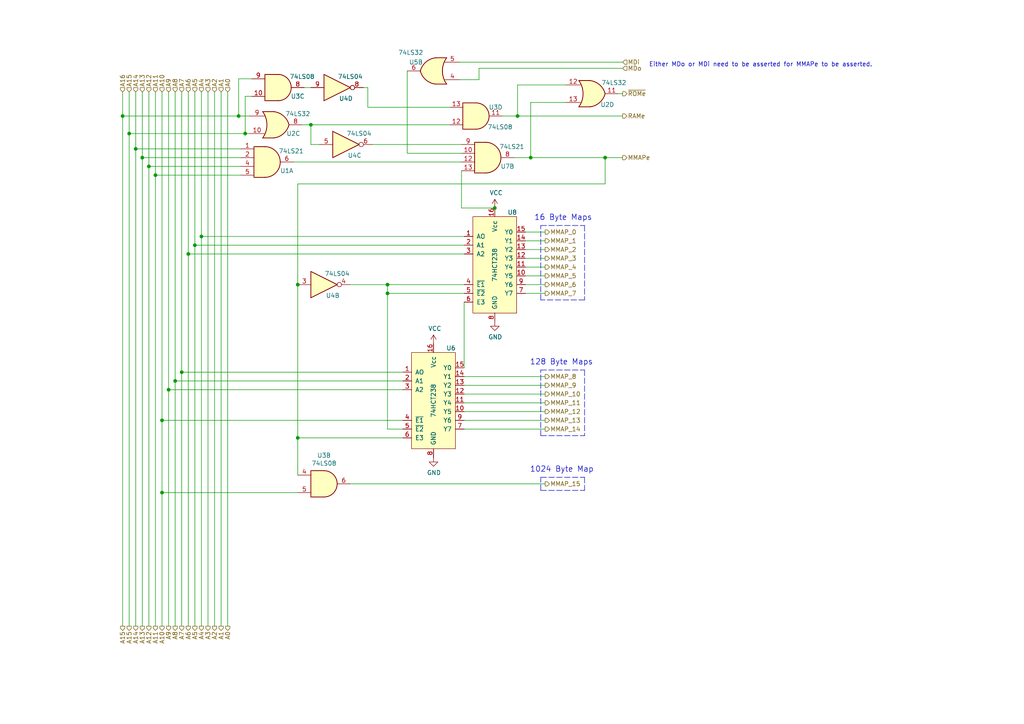
<source format=kicad_sch>
(kicad_sch (version 20211123) (generator eeschema)
  (paper "A4")
  (title_block (title "Memory Map Controller"))
  (lib_symbols
    (symbol "74xx:74LS04"
      (property "Reference" "U" (at 0 1.27 0))
      (property "Value" "74LS04" (at 0 -1.27 0))
      (symbol "74LS04_1_0"
        (polyline (pts (xy -3.81 3.81) (xy -3.81 -3.81) (xy 3.81 0) (xy -3.81 3.81)) (stroke (width 0.254)) (fill (type background)))
        (pin input line (at -7.62 0 0) (length 3.81) (name "~") (number "1"))
        (pin output inverted (at 7.62 0 180) (length 3.81) (name "~") (number "2"))
      )
      (symbol "74LS04_2_0"
        (polyline (pts (xy -3.81 3.81) (xy -3.81 -3.81) (xy 3.81 0) (xy -3.81 3.81)) (stroke (width 0.254)) (fill (type background)))
        (pin input line (at -7.62 0 0) (length 3.81) (name "~") (number "3"))
        (pin output inverted (at 7.62 0 180) (length 3.81) (name "~") (number "4"))
      )
      (symbol "74LS04_3_0"
        (polyline (pts (xy -3.81 3.81) (xy -3.81 -3.81) (xy 3.81 0) (xy -3.81 3.81)) (stroke (width 0.254)) (fill (type background)))
        (pin input line (at -7.62 0 0) (length 3.81) (name "~") (number "5"))
        (pin output inverted (at 7.62 0 180) (length 3.81) (name "~") (number "6"))
      )
      (symbol "74LS04_4_0"
        (polyline (pts (xy -3.81 3.81) (xy -3.81 -3.81) (xy 3.81 0) (xy -3.81 3.81)) (stroke (width 0.254)) (fill (type background)))
        (pin output inverted (at 7.62 0 180) (length 3.81) (name "~") (number "8"))
        (pin input line (at -7.62 0 0) (length 3.81) (name "~") (number "9"))
      )
      (symbol "74LS04_5_0"
        (polyline (pts (xy -3.81 3.81) (xy -3.81 -3.81) (xy 3.81 0) (xy -3.81 3.81)) (stroke (width 0.254)) (fill (type background)))
        (pin output inverted (at 7.62 0 180) (length 3.81) (name "~") (number "10"))
        (pin input line (at -7.62 0 0) (length 3.81) (name "~") (number "11"))
      )
      (symbol "74LS04_6_0"
        (polyline (pts (xy -3.81 3.81) (xy -3.81 -3.81) (xy 3.81 0) (xy -3.81 3.81)) (stroke (width 0.254)) (fill (type background)))
        (pin output inverted (at 7.62 0 180) (length 3.81) (name "~") (number "12"))
        (pin input line (at -7.62 0 0) (length 3.81) (name "~") (number "13"))
      )
      (symbol "74LS04_7_0"
        (pin power_in line (at 0 12.7 270) (length 5.08) (name "VCC") (number "14"))
        (pin power_in line (at 0 -12.7 90) (length 5.08) (name "GND") (number "7"))
      )
      (symbol "74LS04_7_1"
        (rectangle (start -5.08 7.62) (end 5.08 -7.62) (stroke (width 0.254)) (fill (type background)))
      )
    )
    (symbol "74xx:74LS08" (pin_names (offset 1.016))
      (property "Reference" "U" (at 0 1.27 0))
      (property "Value" "74LS08" (at 0 -1.27 0))
      (symbol "74LS08_1_1"
        (arc (start 0 -3.81) (mid 3.81 0) (end 0 3.81) (stroke (width 0.254)) (fill (type background)))
        (polyline (pts (xy 0 3.81) (xy -3.81 3.81) (xy -3.81 -3.81) (xy 0 -3.81)) (stroke (width 0.254)) (fill (type background)))
        (pin input line (at -7.62 2.54 0) (length 3.81) (name "~") (number "1"))
        (pin input line (at -7.62 -2.54 0) (length 3.81) (name "~") (number "2"))
        (pin output line (at 7.62 0 180) (length 3.81) (name "~") (number "3"))
      )
      (symbol "74LS08_1_2"
        (arc (start -3.81 -3.81) (mid -2.589 0) (end -3.81 3.81) (stroke (width 0.254)))
        (arc (start -0.6096 -3.81) (mid 2.1855 -2.584) (end 3.81 0) (stroke (width 0.254)) (fill (type background)))
        (polyline (pts (xy -3.81 -3.81) (xy -0.635 -3.81)) (stroke (width 0.254)) (fill (type background)))
        (polyline (pts (xy -3.81 3.81) (xy -0.635 3.81)) (stroke (width 0.254)) (fill (type background)))
        (polyline (pts (xy -0.635 3.81) (xy -3.81 3.81) (xy -3.81 3.81) (xy -3.556 3.4036) (xy -3.0226 2.2606) (xy -2.6924 1.0414) (xy -2.6162 -0.254) (xy -2.7686 -1.4986) (xy -3.175 -2.7178) (xy -3.81 -3.81) (xy -3.81 -3.81) (xy -0.635 -3.81)) (stroke (width -25.4)) (fill (type background)))
        (arc (start 3.81 0) (mid 2.1928 2.5925) (end -0.6096 3.81) (stroke (width 0.254)) (fill (type background)))
        (pin input inverted (at -7.62 2.54 0) (length 4.318) (name "~") (number "1"))
        (pin input inverted (at -7.62 -2.54 0) (length 4.318) (name "~") (number "2"))
        (pin output inverted (at 7.62 0 180) (length 3.81) (name "~") (number "3"))
      )
      (symbol "74LS08_2_1"
        (arc (start 0 -3.81) (mid 3.81 0) (end 0 3.81) (stroke (width 0.254)) (fill (type background)))
        (polyline (pts (xy 0 3.81) (xy -3.81 3.81) (xy -3.81 -3.81) (xy 0 -3.81)) (stroke (width 0.254)) (fill (type background)))
        (pin input line (at -7.62 2.54 0) (length 3.81) (name "~") (number "4"))
        (pin input line (at -7.62 -2.54 0) (length 3.81) (name "~") (number "5"))
        (pin output line (at 7.62 0 180) (length 3.81) (name "~") (number "6"))
      )
      (symbol "74LS08_2_2"
        (arc (start -3.81 -3.81) (mid -2.589 0) (end -3.81 3.81) (stroke (width 0.254)))
        (arc (start -0.6096 -3.81) (mid 2.1855 -2.584) (end 3.81 0) (stroke (width 0.254)) (fill (type background)))
        (polyline (pts (xy -3.81 -3.81) (xy -0.635 -3.81)) (stroke (width 0.254)) (fill (type background)))
        (polyline (pts (xy -3.81 3.81) (xy -0.635 3.81)) (stroke (width 0.254)) (fill (type background)))
        (polyline (pts (xy -0.635 3.81) (xy -3.81 3.81) (xy -3.81 3.81) (xy -3.556 3.4036) (xy -3.0226 2.2606) (xy -2.6924 1.0414) (xy -2.6162 -0.254) (xy -2.7686 -1.4986) (xy -3.175 -2.7178) (xy -3.81 -3.81) (xy -3.81 -3.81) (xy -0.635 -3.81)) (stroke (width -25.4)) (fill (type background)))
        (arc (start 3.81 0) (mid 2.1928 2.5925) (end -0.6096 3.81) (stroke (width 0.254)) (fill (type background)))
        (pin input inverted (at -7.62 2.54 0) (length 4.318) (name "~") (number "4"))
        (pin input inverted (at -7.62 -2.54 0) (length 4.318) (name "~") (number "5"))
        (pin output inverted (at 7.62 0 180) (length 3.81) (name "~") (number "6"))
      )
      (symbol "74LS08_3_1"
        (arc (start 0 -3.81) (mid 3.81 0) (end 0 3.81) (stroke (width 0.254)) (fill (type background)))
        (polyline (pts (xy 0 3.81) (xy -3.81 3.81) (xy -3.81 -3.81) (xy 0 -3.81)) (stroke (width 0.254)) (fill (type background)))
        (pin input line (at -7.62 -2.54 0) (length 3.81) (name "~") (number "10"))
        (pin output line (at 7.62 0 180) (length 3.81) (name "~") (number "8"))
        (pin input line (at -7.62 2.54 0) (length 3.81) (name "~") (number "9"))
      )
      (symbol "74LS08_3_2"
        (arc (start -3.81 -3.81) (mid -2.589 0) (end -3.81 3.81) (stroke (width 0.254)))
        (arc (start -0.6096 -3.81) (mid 2.1855 -2.584) (end 3.81 0) (stroke (width 0.254)) (fill (type background)))
        (polyline (pts (xy -3.81 -3.81) (xy -0.635 -3.81)) (stroke (width 0.254)) (fill (type background)))
        (polyline (pts (xy -3.81 3.81) (xy -0.635 3.81)) (stroke (width 0.254)) (fill (type background)))
        (polyline (pts (xy -0.635 3.81) (xy -3.81 3.81) (xy -3.81 3.81) (xy -3.556 3.4036) (xy -3.0226 2.2606) (xy -2.6924 1.0414) (xy -2.6162 -0.254) (xy -2.7686 -1.4986) (xy -3.175 -2.7178) (xy -3.81 -3.81) (xy -3.81 -3.81) (xy -0.635 -3.81)) (stroke (width -25.4)) (fill (type background)))
        (arc (start 3.81 0) (mid 2.1928 2.5925) (end -0.6096 3.81) (stroke (width 0.254)) (fill (type background)))
        (pin input inverted (at -7.62 -2.54 0) (length 4.318) (name "~") (number "10"))
        (pin output inverted (at 7.62 0 180) (length 3.81) (name "~") (number "8"))
        (pin input inverted (at -7.62 2.54 0) (length 4.318) (name "~") (number "9"))
      )
      (symbol "74LS08_4_1"
        (arc (start 0 -3.81) (mid 3.81 0) (end 0 3.81) (stroke (width 0.254)) (fill (type background)))
        (polyline (pts (xy 0 3.81) (xy -3.81 3.81) (xy -3.81 -3.81) (xy 0 -3.81)) (stroke (width 0.254)) (fill (type background)))
        (pin output line (at 7.62 0 180) (length 3.81) (name "~") (number "11"))
        (pin input line (at -7.62 2.54 0) (length 3.81) (name "~") (number "12"))
        (pin input line (at -7.62 -2.54 0) (length 3.81) (name "~") (number "13"))
      )
      (symbol "74LS08_4_2"
        (arc (start -3.81 -3.81) (mid -2.589 0) (end -3.81 3.81) (stroke (width 0.254)))
        (arc (start -0.6096 -3.81) (mid 2.1855 -2.584) (end 3.81 0) (stroke (width 0.254)) (fill (type background)))
        (polyline (pts (xy -3.81 -3.81) (xy -0.635 -3.81)) (stroke (width 0.254)) (fill (type background)))
        (polyline (pts (xy -3.81 3.81) (xy -0.635 3.81)) (stroke (width 0.254)) (fill (type background)))
        (polyline (pts (xy -0.635 3.81) (xy -3.81 3.81) (xy -3.81 3.81) (xy -3.556 3.4036) (xy -3.0226 2.2606) (xy -2.6924 1.0414) (xy -2.6162 -0.254) (xy -2.7686 -1.4986) (xy -3.175 -2.7178) (xy -3.81 -3.81) (xy -3.81 -3.81) (xy -0.635 -3.81)) (stroke (width -25.4)) (fill (type background)))
        (arc (start 3.81 0) (mid 2.1928 2.5925) (end -0.6096 3.81) (stroke (width 0.254)) (fill (type background)))
        (pin output inverted (at 7.62 0 180) (length 3.81) (name "~") (number "11"))
        (pin input inverted (at -7.62 2.54 0) (length 4.318) (name "~") (number "12"))
        (pin input inverted (at -7.62 -2.54 0) (length 4.318) (name "~") (number "13"))
      )
      (symbol "74LS08_5_0"
        (pin power_in line (at 0 12.7 270) (length 5.08) (name "VCC") (number "14"))
        (pin power_in line (at 0 -12.7 90) (length 5.08) (name "GND") (number "7"))
      )
      (symbol "74LS08_5_1"
        (rectangle (start -5.08 7.62) (end 5.08 -7.62) (stroke (width 0.254)) (fill (type background)))
      )
    )
    (symbol "74xx:74LS21" (pin_names (offset 1.016))
      (property "Reference" "U" (at 0 1.27 0))
      (property "Value" "74LS21" (at 0 -1.27 0))
      (symbol "74LS21_1_1"
        (arc (start -0.635 -4.445) (mid 3.81 0) (end -0.635 4.445) (stroke (width 0.254)) (fill (type background)))
        (polyline (pts (xy -0.635 4.445) (xy -3.81 4.445) (xy -3.81 -4.445) (xy -0.635 -4.445)) (stroke (width 0.254)) (fill (type background)))
        (pin input line (at -7.62 3.81 0) (length 3.81) (name "~") (number "1"))
        (pin input line (at -7.62 1.27 0) (length 3.81) (name "~") (number "2"))
        (pin input line (at -7.62 -1.27 0) (length 3.81) (name "~") (number "4"))
        (pin input line (at -7.62 -3.81 0) (length 3.81) (name "~") (number "5"))
        (pin output line (at 7.62 0 180) (length 3.81) (name "~") (number "6"))
      )
      (symbol "74LS21_1_2"
        (arc (start -3.81 -4.445) (mid -2.5908 0) (end -3.81 4.445) (stroke (width 0.254)))
        (arc (start -0.6096 -4.445) (mid 2.224 -2.8428) (end 3.81 0) (stroke (width 0.254)) (fill (type background)))
        (polyline (pts (xy -3.81 -4.445) (xy -0.635 -4.445)) (stroke (width 0.254)) (fill (type background)))
        (polyline (pts (xy -3.81 4.445) (xy -0.635 4.445)) (stroke (width 0.254)) (fill (type background)))
        (polyline (pts (xy -0.635 4.445) (xy -3.81 4.445) (xy -3.81 4.445) (xy -3.6322 4.0894) (xy -3.0988 2.921) (xy -2.7686 1.6764) (xy -2.6162 0.4318) (xy -2.6416 -0.8636) (xy -2.8702 -2.1082) (xy -3.2512 -3.3274) (xy -3.81 -4.445) (xy -3.81 -4.445) (xy -0.635 -4.445)) (stroke (width -25.4)) (fill (type background)))
        (arc (start 3.81 0) (mid 2.2198 2.8385) (end -0.6096 4.445) (stroke (width 0.254)) (fill (type background)))
        (pin input inverted (at -7.62 3.81 0) (length 3.81) (name "~") (number "1"))
        (pin input inverted (at -7.62 1.27 0) (length 4.826) (name "~") (number "2"))
        (pin input inverted (at -7.62 -1.27 0) (length 4.826) (name "~") (number "4"))
        (pin input inverted (at -7.62 -3.81 0) (length 3.81) (name "~") (number "5"))
        (pin output inverted (at 7.62 0 180) (length 3.81) (name "~") (number "6"))
      )
      (symbol "74LS21_2_1"
        (arc (start -0.635 -4.445) (mid 3.81 0) (end -0.635 4.445) (stroke (width 0.254)) (fill (type background)))
        (polyline (pts (xy -0.635 4.445) (xy -3.81 4.445) (xy -3.81 -4.445) (xy -0.635 -4.445)) (stroke (width 0.254)) (fill (type background)))
        (pin input line (at -7.62 1.27 0) (length 3.81) (name "~") (number "10"))
        (pin input line (at -7.62 -1.27 0) (length 3.81) (name "~") (number "12"))
        (pin input line (at -7.62 -3.81 0) (length 3.81) (name "~") (number "13"))
        (pin output line (at 7.62 0 180) (length 3.81) (name "~") (number "8"))
        (pin input line (at -7.62 3.81 0) (length 3.81) (name "~") (number "9"))
      )
      (symbol "74LS21_2_2"
        (arc (start -3.81 -4.445) (mid -2.5908 0) (end -3.81 4.445) (stroke (width 0.254)))
        (arc (start -0.6096 -4.445) (mid 2.224 -2.8428) (end 3.81 0) (stroke (width 0.254)) (fill (type background)))
        (polyline (pts (xy -3.81 -4.445) (xy -0.635 -4.445)) (stroke (width 0.254)) (fill (type background)))
        (polyline (pts (xy -3.81 4.445) (xy -0.635 4.445)) (stroke (width 0.254)) (fill (type background)))
        (polyline (pts (xy -0.635 4.445) (xy -3.81 4.445) (xy -3.81 4.445) (xy -3.6322 4.0894) (xy -3.0988 2.921) (xy -2.7686 1.6764) (xy -2.6162 0.4318) (xy -2.6416 -0.8636) (xy -2.8702 -2.1082) (xy -3.2512 -3.3274) (xy -3.81 -4.445) (xy -3.81 -4.445) (xy -0.635 -4.445)) (stroke (width -25.4)) (fill (type background)))
        (arc (start 3.81 0) (mid 2.2198 2.8385) (end -0.6096 4.445) (stroke (width 0.254)) (fill (type background)))
        (pin input inverted (at -7.62 1.27 0) (length 4.826) (name "~") (number "10"))
        (pin input inverted (at -7.62 -1.27 0) (length 4.826) (name "~") (number "12"))
        (pin input inverted (at -7.62 -3.81 0) (length 3.81) (name "~") (number "13"))
        (pin output inverted (at 7.62 0 180) (length 3.81) (name "~") (number "8"))
        (pin input inverted (at -7.62 3.81 0) (length 3.81) (name "~") (number "9"))
      )
      (symbol "74LS21_3_0"
        (pin power_in line (at 0 12.7 270) (length 5.08) (name "VCC") (number "14"))
        (pin power_in line (at 0 -12.7 90) (length 5.08) (name "GND") (number "7"))
      )
      (symbol "74LS21_3_1"
        (rectangle (start -5.08 7.62) (end 5.08 -7.62) (stroke (width 0.254)) (fill (type background)))
      )
    )
    (symbol "74xx:74LS32" (pin_names (offset 1.016))
      (property "Reference" "U" (at 0 1.27 0))
      (property "Value" "74LS32" (at 0 -1.27 0))
      (symbol "74LS32_1_1"
        (arc (start -3.81 -3.81) (mid -2.589 0) (end -3.81 3.81) (stroke (width 0.254)))
        (arc (start -0.6096 -3.81) (mid 2.1855 -2.584) (end 3.81 0) (stroke (width 0.254)) (fill (type background)))
        (polyline (pts (xy -3.81 -3.81) (xy -0.635 -3.81)) (stroke (width 0.254)) (fill (type background)))
        (polyline (pts (xy -3.81 3.81) (xy -0.635 3.81)) (stroke (width 0.254)) (fill (type background)))
        (polyline (pts (xy -0.635 3.81) (xy -3.81 3.81) (xy -3.81 3.81) (xy -3.556 3.4036) (xy -3.0226 2.2606) (xy -2.6924 1.0414) (xy -2.6162 -0.254) (xy -2.7686 -1.4986) (xy -3.175 -2.7178) (xy -3.81 -3.81) (xy -3.81 -3.81) (xy -0.635 -3.81)) (stroke (width -25.4)) (fill (type background)))
        (arc (start 3.81 0) (mid 2.1928 2.5925) (end -0.6096 3.81) (stroke (width 0.254)) (fill (type background)))
        (pin input line (at -7.62 2.54 0) (length 4.318) (name "~") (number "1"))
        (pin input line (at -7.62 -2.54 0) (length 4.318) (name "~") (number "2"))
        (pin output line (at 7.62 0 180) (length 3.81) (name "~") (number "3"))
      )
      (symbol "74LS32_1_2"
        (arc (start 0 -3.81) (mid 3.81 0) (end 0 3.81) (stroke (width 0.254)) (fill (type background)))
        (polyline (pts (xy 0 3.81) (xy -3.81 3.81) (xy -3.81 -3.81) (xy 0 -3.81)) (stroke (width 0.254)) (fill (type background)))
        (pin input inverted (at -7.62 2.54 0) (length 3.81) (name "~") (number "1"))
        (pin input inverted (at -7.62 -2.54 0) (length 3.81) (name "~") (number "2"))
        (pin output inverted (at 7.62 0 180) (length 3.81) (name "~") (number "3"))
      )
      (symbol "74LS32_2_1"
        (arc (start -3.81 -3.81) (mid -2.589 0) (end -3.81 3.81) (stroke (width 0.254)))
        (arc (start -0.6096 -3.81) (mid 2.1855 -2.584) (end 3.81 0) (stroke (width 0.254)) (fill (type background)))
        (polyline (pts (xy -3.81 -3.81) (xy -0.635 -3.81)) (stroke (width 0.254)) (fill (type background)))
        (polyline (pts (xy -3.81 3.81) (xy -0.635 3.81)) (stroke (width 0.254)) (fill (type background)))
        (polyline (pts (xy -0.635 3.81) (xy -3.81 3.81) (xy -3.81 3.81) (xy -3.556 3.4036) (xy -3.0226 2.2606) (xy -2.6924 1.0414) (xy -2.6162 -0.254) (xy -2.7686 -1.4986) (xy -3.175 -2.7178) (xy -3.81 -3.81) (xy -3.81 -3.81) (xy -0.635 -3.81)) (stroke (width -25.4)) (fill (type background)))
        (arc (start 3.81 0) (mid 2.1928 2.5925) (end -0.6096 3.81) (stroke (width 0.254)) (fill (type background)))
        (pin input line (at -7.62 2.54 0) (length 4.318) (name "~") (number "4"))
        (pin input line (at -7.62 -2.54 0) (length 4.318) (name "~") (number "5"))
        (pin output line (at 7.62 0 180) (length 3.81) (name "~") (number "6"))
      )
      (symbol "74LS32_2_2"
        (arc (start 0 -3.81) (mid 3.81 0) (end 0 3.81) (stroke (width 0.254)) (fill (type background)))
        (polyline (pts (xy 0 3.81) (xy -3.81 3.81) (xy -3.81 -3.81) (xy 0 -3.81)) (stroke (width 0.254)) (fill (type background)))
        (pin input inverted (at -7.62 2.54 0) (length 3.81) (name "~") (number "4"))
        (pin input inverted (at -7.62 -2.54 0) (length 3.81) (name "~") (number "5"))
        (pin output inverted (at 7.62 0 180) (length 3.81) (name "~") (number "6"))
      )
      (symbol "74LS32_3_1"
        (arc (start -3.81 -3.81) (mid -2.589 0) (end -3.81 3.81) (stroke (width 0.254)))
        (arc (start -0.6096 -3.81) (mid 2.1855 -2.584) (end 3.81 0) (stroke (width 0.254)) (fill (type background)))
        (polyline (pts (xy -3.81 -3.81) (xy -0.635 -3.81)) (stroke (width 0.254)) (fill (type background)))
        (polyline (pts (xy -3.81 3.81) (xy -0.635 3.81)) (stroke (width 0.254)) (fill (type background)))
        (polyline (pts (xy -0.635 3.81) (xy -3.81 3.81) (xy -3.81 3.81) (xy -3.556 3.4036) (xy -3.0226 2.2606) (xy -2.6924 1.0414) (xy -2.6162 -0.254) (xy -2.7686 -1.4986) (xy -3.175 -2.7178) (xy -3.81 -3.81) (xy -3.81 -3.81) (xy -0.635 -3.81)) (stroke (width -25.4)) (fill (type background)))
        (arc (start 3.81 0) (mid 2.1928 2.5925) (end -0.6096 3.81) (stroke (width 0.254)) (fill (type background)))
        (pin input line (at -7.62 -2.54 0) (length 4.318) (name "~") (number "10"))
        (pin output line (at 7.62 0 180) (length 3.81) (name "~") (number "8"))
        (pin input line (at -7.62 2.54 0) (length 4.318) (name "~") (number "9"))
      )
      (symbol "74LS32_3_2"
        (arc (start 0 -3.81) (mid 3.81 0) (end 0 3.81) (stroke (width 0.254)) (fill (type background)))
        (polyline (pts (xy 0 3.81) (xy -3.81 3.81) (xy -3.81 -3.81) (xy 0 -3.81)) (stroke (width 0.254)) (fill (type background)))
        (pin input inverted (at -7.62 -2.54 0) (length 3.81) (name "~") (number "10"))
        (pin output inverted (at 7.62 0 180) (length 3.81) (name "~") (number "8"))
        (pin input inverted (at -7.62 2.54 0) (length 3.81) (name "~") (number "9"))
      )
      (symbol "74LS32_4_1"
        (arc (start -3.81 -3.81) (mid -2.589 0) (end -3.81 3.81) (stroke (width 0.254)))
        (arc (start -0.6096 -3.81) (mid 2.1855 -2.584) (end 3.81 0) (stroke (width 0.254)) (fill (type background)))
        (polyline (pts (xy -3.81 -3.81) (xy -0.635 -3.81)) (stroke (width 0.254)) (fill (type background)))
        (polyline (pts (xy -3.81 3.81) (xy -0.635 3.81)) (stroke (width 0.254)) (fill (type background)))
        (polyline (pts (xy -0.635 3.81) (xy -3.81 3.81) (xy -3.81 3.81) (xy -3.556 3.4036) (xy -3.0226 2.2606) (xy -2.6924 1.0414) (xy -2.6162 -0.254) (xy -2.7686 -1.4986) (xy -3.175 -2.7178) (xy -3.81 -3.81) (xy -3.81 -3.81) (xy -0.635 -3.81)) (stroke (width -25.4)) (fill (type background)))
        (arc (start 3.81 0) (mid 2.1928 2.5925) (end -0.6096 3.81) (stroke (width 0.254)) (fill (type background)))
        (pin output line (at 7.62 0 180) (length 3.81) (name "~") (number "11"))
        (pin input line (at -7.62 2.54 0) (length 4.318) (name "~") (number "12"))
        (pin input line (at -7.62 -2.54 0) (length 4.318) (name "~") (number "13"))
      )
      (symbol "74LS32_4_2"
        (arc (start 0 -3.81) (mid 3.81 0) (end 0 3.81) (stroke (width 0.254)) (fill (type background)))
        (polyline (pts (xy 0 3.81) (xy -3.81 3.81) (xy -3.81 -3.81) (xy 0 -3.81)) (stroke (width 0.254)) (fill (type background)))
        (pin output inverted (at 7.62 0 180) (length 3.81) (name "~") (number "11"))
        (pin input inverted (at -7.62 2.54 0) (length 3.81) (name "~") (number "12"))
        (pin input inverted (at -7.62 -2.54 0) (length 3.81) (name "~") (number "13"))
      )
      (symbol "74LS32_5_0"
        (pin power_in line (at 0 12.7 270) (length 5.08) (name "VCC") (number "14"))
        (pin power_in line (at 0 -12.7 90) (length 5.08) (name "GND") (number "7"))
      )
      (symbol "74LS32_5_1"
        (rectangle (start -5.08 7.62) (end 5.08 -7.62) (stroke (width 0.254)) (fill (type background)))
      )
    )
    (symbol "common-symbols:74HCT238" (pin_names (offset 1.016))
      (property "Reference" "U" (at 15.875 31.115 0))
      (property "Value" "74HCT238" (at 0 0 90))
      (symbol "74HCT238_0_0"
        (pin input line (at -8.89 7.62 0) (length 2.54) (name "AO") (number "1"))
        (pin output line (at 8.89 -3.81 180) (length 2.54) (name "Y5") (number "10"))
        (pin output line (at 8.89 -1.27 180) (length 2.54) (name "Y4") (number "11"))
        (pin output line (at 8.89 1.27 180) (length 2.54) (name "Y3") (number "12"))
        (pin output line (at 8.89 3.81 180) (length 2.54) (name "Y2") (number "13"))
        (pin output line (at 8.89 6.35 180) (length 2.54) (name "Y1") (number "14"))
        (pin output line (at 8.89 8.89 180) (length 2.54) (name "Y0") (number "15"))
        (pin power_in line (at 0 15.875 270) (length 2.54) (name "Vcc") (number "16"))
        (pin input line (at -8.89 5.08 0) (length 2.54) (name "A1") (number "2"))
        (pin input line (at -8.89 2.54 0) (length 2.54) (name "A2") (number "3"))
        (pin input line (at -8.89 -6.35 0) (length 2.54) (name "~{E1}") (number "4"))
        (pin input line (at -8.89 -8.89 0) (length 2.54) (name "~{E2}") (number "5"))
        (pin input line (at -8.89 -11.43 0) (length 2.54) (name "E3") (number "6"))
        (pin output line (at 8.89 -8.89 180) (length 2.54) (name "Y7") (number "7"))
        (pin power_in line (at 0 -17.145 90) (length 2.54) (name "GND") (number "8"))
        (pin output line (at 8.89 -6.35 180) (length 2.54) (name "Y6") (number "9"))
      )
      (symbol "74HCT238_0_1"
        (rectangle (start 6.35 -14.605) (end -6.35 13.335) (fill (type background)))
      )
    )
    (symbol "power:GND" (power) (pin_names (offset 0))
      (property "Value" "GND" (at 0 -3.81 0))
      (symbol "GND_0_1"
        (polyline (pts (xy 0 0) (xy 0 -1.27) (xy 1.27 -1.27) (xy 0 -2.54) (xy -1.27 -1.27) (xy 0 -1.27)))
      )
      (symbol "GND_1_1"
        (pin power_in line (at 0 0 270) (length 0) hide (name "GND") (number "1"))
      )
    )
    (symbol "power:VCC" (power) (pin_names (offset 0))
      (property "Value" "VCC" (at 0 3.81 0))
      (symbol "VCC_0_1"
        (polyline (pts (xy -0.762 1.27) (xy 0 2.54)))
        (polyline (pts (xy 0 0) (xy 0 2.54)))
        (polyline (pts (xy 0 2.54) (xy 0.762 1.27)))
      )
      (symbol "VCC_1_1"
        (pin power_in line (at 0 0 90) (length 0) hide (name "VCC") (number "1"))
      )
    )
  )
  (junction (at 43.18 48.26))
  (junction (at 46.99 121.92))
  (junction (at 37.465 38.735))
  (junction (at 45.085 50.8))
  (junction (at 143.51 60.325))
  (junction (at 112.395 85.09))
  (junction (at 56.515 71.12))
  (junction (at 153.924 45.72))
  (junction (at 35.56 33.655))
  (junction (at 48.895 113.03))
  (junction (at 39.37 43.18))
  (junction (at 86.36 127))
  (junction (at 69.215 33.655))
  (junction (at 52.705 107.95))
  (junction (at 150.114 33.655))
  (junction (at 71.12 38.735))
  (junction (at 54.61 73.66))
  (junction (at 46.99 142.875))
  (junction (at 50.8 110.49))
  (junction (at 175.514 45.72))
  (junction (at 58.42 68.58))
  (junction (at 112.395 82.55))
  (junction (at 90.17 36.195))
  (junction (at 41.275 45.72))
  (junction (at 86.36 82.55))
  (wire (pts (xy 152.4 69.85) (xy 158.115 69.85)))
  (wire (pts (xy 153.924 29.718) (xy 164.084 29.718)))
  (wire (pts (xy 152.4 82.55) (xy 158.115 82.55)))
  (wire (pts (xy 54.61 26.67) (xy 54.61 73.66)))
  (wire (pts (xy 69.85 43.18) (xy 39.37 43.18)))
  (wire (pts (xy 50.8 26.67) (xy 50.8 110.49)))
  (wire (pts (xy 101.6 140.335) (xy 158.115 140.335)))
  (wire (pts (xy 35.56 26.67) (xy 35.56 33.655)))
  (wire (pts (xy 72.39 38.735) (xy 71.12 38.735)))
  (wire (pts (xy 62.23 26.67) (xy 62.23 181.61)))
  (wire (pts (xy 69.85 50.8) (xy 45.085 50.8)))
  (wire (pts (xy 48.895 113.03) (xy 48.895 181.61)))
  (wire (pts (xy 41.275 45.72) (xy 41.275 181.61)))
  (wire (pts (xy 153.924 45.72) (xy 175.514 45.72)))
  (wire (pts (xy 54.61 73.66) (xy 54.61 181.61)))
  (wire (pts (xy 41.275 26.67) (xy 41.275 45.72)))
  (wire (pts (xy 50.8 110.49) (xy 50.8 181.61)))
  (wire (pts (xy 118.11 20.574) (xy 118.11 44.45)))
  (wire (pts (xy 90.17 41.91) (xy 90.17 36.195)))
  (wire (pts (xy 116.84 110.49) (xy 50.8 110.49)))
  (wire (pts (xy 86.36 82.55) (xy 86.36 53.34)))
  (wire (pts (xy 39.37 43.18) (xy 39.37 26.67)))
  (wire (pts (xy 134.62 114.3) (xy 158.115 114.3)))
  (wire (pts (xy 86.36 142.875) (xy 46.99 142.875)))
  (wire (pts (xy 179.324 27.178) (xy 180.594 27.178)))
  (wire (pts (xy 107.95 41.91) (xy 133.858 41.91)))
  (wire (pts (xy 90.17 36.195) (xy 130.429 36.195)))
  (wire (pts (xy 152.4 67.31) (xy 158.115 67.31)))
  (wire (pts (xy 134.62 111.76) (xy 158.115 111.76)))
  (polyline (pts (xy 156.845 142.24) (xy 156.845 138.43)))
  (wire (pts (xy 134.62 71.12) (xy 56.515 71.12)))
  (polyline (pts (xy 156.845 142.24) (xy 169.545 142.24)))
  (wire (pts (xy 134.62 106.68) (xy 134.62 87.63)))
  (wire (pts (xy 145.669 33.655) (xy 150.114 33.655)))
  (wire (pts (xy 72.39 33.655) (xy 69.215 33.655)))
  (wire (pts (xy 143.51 60.325) (xy 133.858 60.325)))
  (wire (pts (xy 69.85 48.26) (xy 43.18 48.26)))
  (wire (pts (xy 150.114 33.655) (xy 150.114 24.638)))
  (polyline (pts (xy 156.845 138.43) (xy 169.545 138.43)))
  (wire (pts (xy 138.938 23.114) (xy 133.35 23.114)))
  (wire (pts (xy 112.395 85.09) (xy 112.395 124.46)))
  (wire (pts (xy 152.4 72.39) (xy 158.115 72.39)))
  (wire (pts (xy 112.395 124.46) (xy 116.84 124.46)))
  (wire (pts (xy 158.115 124.46) (xy 134.62 124.46)))
  (wire (pts (xy 116.84 107.95) (xy 52.705 107.95)))
  (wire (pts (xy 112.395 85.09) (xy 134.62 85.09)))
  (wire (pts (xy 48.895 26.67) (xy 48.895 113.03)))
  (wire (pts (xy 152.4 74.93) (xy 158.115 74.93)))
  (wire (pts (xy 35.56 33.655) (xy 35.56 181.61)))
  (wire (pts (xy 52.705 107.95) (xy 52.705 181.61)))
  (wire (pts (xy 86.36 127) (xy 116.84 127)))
  (wire (pts (xy 133.35 18.034) (xy 180.594 18.034)))
  (wire (pts (xy 45.085 26.67) (xy 45.085 50.8)))
  (wire (pts (xy 101.6 82.55) (xy 112.395 82.55)))
  (wire (pts (xy 134.62 116.84) (xy 158.115 116.84)))
  (wire (pts (xy 152.4 77.47) (xy 158.115 77.47)))
  (wire (pts (xy 46.99 26.67) (xy 46.99 121.92)))
  (wire (pts (xy 175.514 45.72) (xy 180.594 45.72)))
  (wire (pts (xy 150.114 33.655) (xy 180.594 33.655)))
  (wire (pts (xy 106.68 31.115) (xy 130.429 31.115)))
  (wire (pts (xy 92.71 41.91) (xy 90.17 41.91)))
  (wire (pts (xy 58.42 68.58) (xy 58.42 181.61)))
  (wire (pts (xy 134.62 73.66) (xy 54.61 73.66)))
  (wire (pts (xy 86.36 82.55) (xy 86.36 127)))
  (wire (pts (xy 175.514 53.34) (xy 175.514 45.72)))
  (wire (pts (xy 69.215 22.86) (xy 69.215 33.655)))
  (wire (pts (xy 133.858 60.325) (xy 133.858 49.53)))
  (wire (pts (xy 118.11 44.45) (xy 133.858 44.45)))
  (wire (pts (xy 39.37 181.61) (xy 39.37 43.18)))
  (polyline (pts (xy 156.845 126.365) (xy 156.845 107.315)))
  (wire (pts (xy 52.705 26.67) (xy 52.705 107.95)))
  (wire (pts (xy 152.4 80.01) (xy 158.115 80.01)))
  (wire (pts (xy 37.465 26.67) (xy 37.465 38.735)))
  (polyline (pts (xy 156.845 126.365) (xy 169.545 126.365)))
  (polyline (pts (xy 169.545 65.405) (xy 169.545 86.995)))
  (polyline (pts (xy 156.845 107.315) (xy 169.545 107.315)))
  (wire (pts (xy 71.12 38.735) (xy 37.465 38.735)))
  (wire (pts (xy 73.025 27.94) (xy 71.12 27.94)))
  (wire (pts (xy 105.41 25.4) (xy 106.68 25.4)))
  (wire (pts (xy 69.215 33.655) (xy 35.56 33.655)))
  (wire (pts (xy 116.84 121.92) (xy 46.99 121.92)))
  (wire (pts (xy 153.924 45.72) (xy 153.924 29.718)))
  (wire (pts (xy 134.62 68.58) (xy 58.42 68.58)))
  (wire (pts (xy 106.68 25.4) (xy 106.68 31.115)))
  (wire (pts (xy 85.09 46.99) (xy 133.858 46.99)))
  (wire (pts (xy 149.098 45.72) (xy 153.924 45.72)))
  (polyline (pts (xy 156.845 65.405) (xy 169.545 65.405)))
  (wire (pts (xy 56.515 181.61) (xy 56.515 71.12)))
  (wire (pts (xy 134.62 119.38) (xy 158.115 119.38)))
  (wire (pts (xy 86.36 53.34) (xy 175.514 53.34)))
  (wire (pts (xy 46.99 142.875) (xy 46.99 181.61)))
  (wire (pts (xy 134.62 109.22) (xy 158.115 109.22)))
  (wire (pts (xy 158.115 121.92) (xy 134.62 121.92)))
  (wire (pts (xy 86.36 127) (xy 86.36 137.795)))
  (wire (pts (xy 73.025 22.86) (xy 69.215 22.86)))
  (wire (pts (xy 46.99 121.92) (xy 46.99 142.875)))
  (polyline (pts (xy 169.545 107.315) (xy 169.545 126.365)))
  (wire (pts (xy 112.395 82.55) (xy 134.62 82.55)))
  (wire (pts (xy 152.4 85.09) (xy 158.115 85.09)))
  (wire (pts (xy 43.18 181.61) (xy 43.18 48.26)))
  (wire (pts (xy 45.085 50.8) (xy 45.085 181.61)))
  (wire (pts (xy 64.135 181.61) (xy 64.135 26.67)))
  (wire (pts (xy 66.04 26.67) (xy 66.04 181.61)))
  (wire (pts (xy 112.395 82.55) (xy 112.395 85.09)))
  (wire (pts (xy 60.325 181.61) (xy 60.325 26.67)))
  (wire (pts (xy 71.12 27.94) (xy 71.12 38.735)))
  (wire (pts (xy 69.85 45.72) (xy 41.275 45.72)))
  (wire (pts (xy 116.84 113.03) (xy 48.895 113.03)))
  (polyline (pts (xy 169.545 138.43) (xy 169.545 142.24)))
  (polyline (pts (xy 169.545 86.995) (xy 156.845 86.995)))
  (wire (pts (xy 43.18 48.26) (xy 43.18 26.67)))
  (wire (pts (xy 180.594 19.812) (xy 138.938 19.812)))
  (wire (pts (xy 56.515 71.12) (xy 56.515 26.67)))
  (wire (pts (xy 37.465 38.735) (xy 37.465 181.61)))
  (wire (pts (xy 150.114 24.638) (xy 164.084 24.638)))
  (wire (pts (xy 138.938 19.812) (xy 138.938 23.114)))
  (wire (pts (xy 88.265 25.4) (xy 90.17 25.4)))
  (wire (pts (xy 58.42 26.67) (xy 58.42 68.58)))
  (wire (pts (xy 87.63 36.195) (xy 90.17 36.195)))
  (polyline (pts (xy 156.845 86.995) (xy 156.845 65.405)))
  (text "128 Byte Maps" (at 153.67 106.045 0) (effects (font (size 1.6002 1.6002)) (justify left bottom)))
  (text "1024 Byte Map" (at 153.67 137.16 0) (effects (font (size 1.6002 1.6002)) (justify left bottom)))
  (text "Either MDo or MDi need to be asserted for MMAPe to be asserted." (at 188.214 19.558 0) (effects (font (size 1.27 1.27)) (justify left bottom)))
  (text "16 Byte Maps" (at 154.94 64.135 0) (effects (font (size 1.6002 1.6002)) (justify left bottom)))
  (hierarchical_label "A14" (shape output) (at 39.37 181.61 270))
  (hierarchical_label "A8" (shape input) (at 50.8 26.67 90))
  (hierarchical_label "A7" (shape input) (at 52.705 26.67 90))
  (hierarchical_label "A10" (shape input) (at 46.99 26.67 90))
  (hierarchical_label "MMAP_8" (shape output) (at 158.115 109.22 0))
  (hierarchical_label "A13" (shape input) (at 41.275 26.67 90))
  (hierarchical_label "A13" (shape output) (at 41.275 181.61 270))
  (hierarchical_label "A11" (shape input) (at 45.085 26.67 90))
  (hierarchical_label "A4" (shape input) (at 58.42 26.67 90))
  (hierarchical_label "A0" (shape output) (at 66.04 181.61 270))
  (hierarchical_label "A16" (shape input) (at 35.56 26.67 90))
  (hierarchical_label "A4" (shape output) (at 58.42 181.61 270))
  (hierarchical_label "MMAP_9" (shape output) (at 158.115 111.76 0))
  (hierarchical_label "MMAP_14" (shape output) (at 158.115 124.46 0))
  (hierarchical_label "MMAP_13" (shape output) (at 158.115 121.92 0))
  (hierarchical_label "MMAPe" (shape output) (at 180.594 45.72 0))
  (hierarchical_label "MMAP_12" (shape output) (at 158.115 119.38 0))
  (hierarchical_label "A12" (shape output) (at 43.18 181.61 270))
  (hierarchical_label "MMAP_6" (shape output) (at 158.115 82.55 0))
  (hierarchical_label "A1" (shape input) (at 64.135 26.67 90))
  (hierarchical_label "MMAP_2" (shape output) (at 158.115 72.39 0))
  (hierarchical_label "MMAP_1" (shape output) (at 158.115 69.85 0))
  (hierarchical_label "MDo" (shape input) (at 180.594 19.812 0))
  (hierarchical_label "A3" (shape output) (at 60.325 181.61 270))
  (hierarchical_label "A6" (shape output) (at 54.61 181.61 270))
  (hierarchical_label "A8" (shape output) (at 50.8 181.61 270))
  (hierarchical_label "MMAP_0" (shape output) (at 158.115 67.31 0))
  (hierarchical_label "A2" (shape input) (at 62.23 26.67 90))
  (hierarchical_label "A0" (shape input) (at 66.04 26.67 90))
  (hierarchical_label "A10" (shape output) (at 46.99 181.61 270))
  (hierarchical_label "MMAP_7" (shape output) (at 158.115 85.09 0))
  (hierarchical_label "MMAP_5" (shape output) (at 158.115 80.01 0))
  (hierarchical_label "A5" (shape input) (at 56.515 26.67 90))
  (hierarchical_label "A6" (shape input) (at 54.61 26.67 90))
  (hierarchical_label "A15" (shape output) (at 35.56 181.61 270))
  (hierarchical_label "A5" (shape output) (at 56.515 181.61 270))
  (hierarchical_label "~{ROMe}" (shape output) (at 180.594 27.178 0))
  (hierarchical_label "A9" (shape input) (at 48.895 26.67 90))
  (hierarchical_label "RAMe" (shape output) (at 180.594 33.655 0))
  (hierarchical_label "A7" (shape output) (at 52.705 181.61 270))
  (hierarchical_label "A2" (shape output) (at 62.23 181.61 270))
  (hierarchical_label "A12" (shape input) (at 43.18 26.67 90))
  (hierarchical_label "MMAP_4" (shape output) (at 158.115 77.47 0))
  (hierarchical_label "MMAP_15" (shape output) (at 158.115 140.335 0))
  (hierarchical_label "A15" (shape output) (at 37.465 181.61 270))
  (hierarchical_label "A11" (shape output) (at 45.085 181.61 270))
  (hierarchical_label "MMAP_10" (shape output) (at 158.115 114.3 0))
  (hierarchical_label "A1" (shape output) (at 64.135 181.61 270))
  (hierarchical_label "A3" (shape input) (at 60.325 26.67 90))
  (hierarchical_label "A9" (shape output) (at 48.895 181.61 270))
  (hierarchical_label "MDi" (shape input) (at 180.594 18.034 0))
  (hierarchical_label "MMAP_11" (shape output) (at 158.115 116.84 0))
  (hierarchical_label "A15" (shape input) (at 37.465 26.67 90))
  (hierarchical_label "A14" (shape input) (at 39.37 26.67 90))
  (hierarchical_label "MMAP_3" (shape output) (at 158.115 74.93 0))
  (symbol (lib_id "74xx:74LS32") (at 171.704 27.178 0) (unit 4)
    (property "Reference" "U2" (at 176.149 30.353 0))
    (property "Value" "74LS32" (at 178.054 24.003 0))
    (property "Datasheet" "http://www.ti.com/lit/gpn/sn74LS32" (effects hide))
  )
  (symbol (lib_id "74xx:74LS32") (at 80.01 36.195 0) (unit 3)
    (property "Reference" "U2" (at 85.09 38.735 0))
    (property "Value" "74LS32" (at 86.36 33.02 0))
    (property "Datasheet" "http://www.ti.com/lit/gpn/sn74LS32" (effects hide))
  )
  (symbol (lib_id "74xx:74LS08") (at 80.645 25.4 0) (unit 3)
    (property "Reference" "U3" (at 86.36 27.94 0))
    (property "Value" "74LS08" (at 87.63 22.225 0))
    (property "Datasheet" "http://www.ti.com/lit/gpn/sn74LS08" (effects hide))
  )
  (symbol (lib_id "74xx:74LS04") (at 97.79 25.4 0) (unit 4)
    (property "Reference" "U4" (at 100.33 28.575 0))
    (property "Value" "74LS04" (at 101.6 22.225 0))
    (property "Datasheet" "http://www.ti.com/lit/gpn/sn74LS04" (effects hide))
  )
  (symbol (lib_id "74xx:74LS08") (at 138.049 33.655 0) (mirror x) (unit 4)
    (property "Reference" "U3" (at 143.764 31.115 0))
    (property "Value" "74LS08" (at 145.034 36.83 0))
    (property "Datasheet" "http://www.ti.com/lit/gpn/sn74LS08" (effects hide))
  )
  (symbol (lib_id "74xx:74LS21") (at 77.47 46.99 0) (unit 1)
    (property "Reference" "U1" (at 83.185 49.53 0))
    (property "Value" "74LS21" (at 84.455 43.815 0))
    (property "Datasheet" "http://www.ti.com/lit/gpn/sn74LS21" (effects hide))
  )
  (symbol (lib_id "74xx:74LS04") (at 100.33 41.91 0) (unit 3)
    (property "Reference" "U4" (at 102.87 45.085 0))
    (property "Value" "74LS04" (at 104.14 38.735 0))
    (property "Datasheet" "http://www.ti.com/lit/gpn/sn74LS04" (effects hide))
  )
  (symbol (lib_id "common-symbols:74HCT238") (at 143.51 76.2 0) (unit 1)
    (property "Reference" "U8" (at 148.59 61.595 0))
    (property "Value" "74HCT238" (at 143.51 76.835 90))
  )
  (symbol (lib_id "74xx:74LS04") (at 93.98 82.55 0) (unit 2)
    (property "Reference" "U4" (at 96.52 85.725 0))
    (property "Value" "74LS04" (at 97.79 79.375 0))
    (property "Datasheet" "http://www.ti.com/lit/gpn/sn74LS04" (effects hide))
  )
  (symbol (lib_id "74xx:74LS08") (at 93.98 140.335 0) (unit 2)
    (property "Reference" "U3" (at 93.98 132.08 0))
    (property "Value" "74LS08" (at 93.98 134.3914 0))
    (property "Datasheet" "http://www.ti.com/lit/gpn/sn74LS08" (effects hide))
  )
  (symbol (lib_id "power:VCC") (at 143.51 60.325 0) (unit 1)
    (property "Reference" "#PWR03" (effects hide))
    (property "Value" "VCC" (at 143.891 55.9308 0))
  )
  (symbol (lib_id "power:VCC") (at 125.73 99.695 0) (unit 1)
    (property "Reference" "#PWR01" (effects hide))
    (property "Value" "VCC" (at 126.111 95.3008 0))
  )
  (symbol (lib_id "power:GND") (at 143.51 93.345 0) (unit 1)
    (property "Reference" "#PWR04" (effects hide))
    (property "Value" "GND" (at 143.637 97.7392 0))
  )
  (symbol (lib_id "power:GND") (at 125.73 132.715 0) (unit 1)
    (property "Reference" "#PWR02" (effects hide))
    (property "Value" "GND" (at 125.857 137.1092 0))
  )
  (symbol (lib_id "common-symbols:74HCT238") (at 125.73 115.57 0) (unit 1)
    (property "Reference" "U6" (at 130.81 100.965 0))
    (property "Value" "74HCT238" (at 125.73 116.205 90))
  )
  (symbol (lib_id "74xx:74LS21") (at 141.478 45.72 0) (unit 2)
    (property "Reference" "U7" (at 147.193 48.26 0))
    (property "Value" "74LS21" (at 148.463 42.545 0))
    (property "Datasheet" "http://www.ti.com/lit/gpn/sn74LS21" (effects hide))
  )
  (symbol (lib_id "74xx:74LS32") (at 125.73 20.574 180) (unit 2)
    (property "Reference" "U5" (at 120.65 18.034 0))
    (property "Value" "74LS32" (at 119.126 15.24 0))
    (property "Datasheet" "http://www.ti.com/lit/gpn/sn74LS32" (effects hide))
  )
)
</source>
